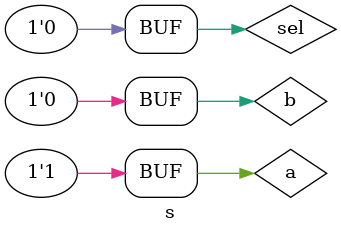
<source format=v>
`timescale 1ns / 1ps


module s();
    reg a = 0;
    reg b = 0;
    reg sel = 0;
    wire c;
    
    mux2x1_BD test(.a(a), .b(b), .c(c), .sel(sel));
    
    initial
    begin
        #50 a = 1; b = 0; sel = 1;
        #50 sel = 0;
    end
    
endmodule

</source>
